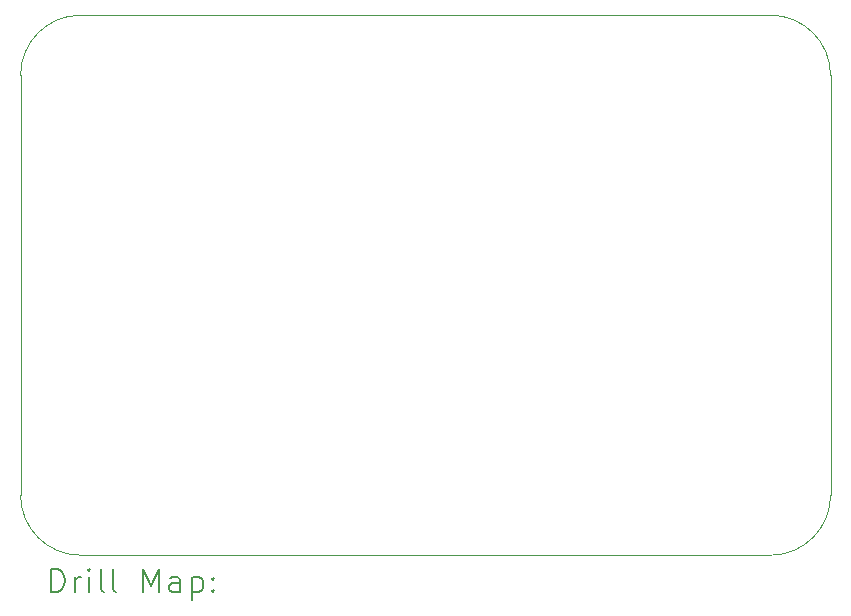
<source format=gbr>
%TF.GenerationSoftware,KiCad,Pcbnew,9.0.2*%
%TF.CreationDate,2025-06-10T21:23:16+02:00*%
%TF.ProjectId,n-teller,6e2d7465-6c6c-4657-922e-6b696361645f,1.0*%
%TF.SameCoordinates,Original*%
%TF.FileFunction,Drillmap*%
%TF.FilePolarity,Positive*%
%FSLAX45Y45*%
G04 Gerber Fmt 4.5, Leading zero omitted, Abs format (unit mm)*
G04 Created by KiCad (PCBNEW 9.0.2) date 2025-06-10 21:23:16*
%MOMM*%
%LPD*%
G01*
G04 APERTURE LIST*
%ADD10C,0.050000*%
%ADD11C,0.200000*%
G04 APERTURE END LIST*
D10*
X5588000Y-3048000D02*
G75*
G02*
X6096000Y-2540000I508000J0D01*
G01*
X6096000Y-2540000D02*
X11938000Y-2540000D01*
X12446000Y-3048000D02*
X12446000Y-6604000D01*
X5588000Y-6604000D02*
X5588000Y-3048000D01*
X12446000Y-6604000D02*
G75*
G02*
X11938000Y-7112000I-508000J0D01*
G01*
X6096000Y-7112000D02*
G75*
G02*
X5588000Y-6604000I0J508000D01*
G01*
X11938000Y-7112000D02*
X6096000Y-7112000D01*
X11938000Y-2540000D02*
G75*
G02*
X12446000Y-3048000I0J-508000D01*
G01*
D11*
X5846277Y-7425984D02*
X5846277Y-7225984D01*
X5846277Y-7225984D02*
X5893896Y-7225984D01*
X5893896Y-7225984D02*
X5922467Y-7235508D01*
X5922467Y-7235508D02*
X5941515Y-7254555D01*
X5941515Y-7254555D02*
X5951039Y-7273603D01*
X5951039Y-7273603D02*
X5960562Y-7311698D01*
X5960562Y-7311698D02*
X5960562Y-7340269D01*
X5960562Y-7340269D02*
X5951039Y-7378365D01*
X5951039Y-7378365D02*
X5941515Y-7397412D01*
X5941515Y-7397412D02*
X5922467Y-7416460D01*
X5922467Y-7416460D02*
X5893896Y-7425984D01*
X5893896Y-7425984D02*
X5846277Y-7425984D01*
X6046277Y-7425984D02*
X6046277Y-7292650D01*
X6046277Y-7330746D02*
X6055801Y-7311698D01*
X6055801Y-7311698D02*
X6065324Y-7302174D01*
X6065324Y-7302174D02*
X6084372Y-7292650D01*
X6084372Y-7292650D02*
X6103420Y-7292650D01*
X6170086Y-7425984D02*
X6170086Y-7292650D01*
X6170086Y-7225984D02*
X6160562Y-7235508D01*
X6160562Y-7235508D02*
X6170086Y-7245031D01*
X6170086Y-7245031D02*
X6179610Y-7235508D01*
X6179610Y-7235508D02*
X6170086Y-7225984D01*
X6170086Y-7225984D02*
X6170086Y-7245031D01*
X6293896Y-7425984D02*
X6274848Y-7416460D01*
X6274848Y-7416460D02*
X6265324Y-7397412D01*
X6265324Y-7397412D02*
X6265324Y-7225984D01*
X6398658Y-7425984D02*
X6379610Y-7416460D01*
X6379610Y-7416460D02*
X6370086Y-7397412D01*
X6370086Y-7397412D02*
X6370086Y-7225984D01*
X6627229Y-7425984D02*
X6627229Y-7225984D01*
X6627229Y-7225984D02*
X6693896Y-7368841D01*
X6693896Y-7368841D02*
X6760562Y-7225984D01*
X6760562Y-7225984D02*
X6760562Y-7425984D01*
X6941515Y-7425984D02*
X6941515Y-7321222D01*
X6941515Y-7321222D02*
X6931991Y-7302174D01*
X6931991Y-7302174D02*
X6912943Y-7292650D01*
X6912943Y-7292650D02*
X6874848Y-7292650D01*
X6874848Y-7292650D02*
X6855801Y-7302174D01*
X6941515Y-7416460D02*
X6922467Y-7425984D01*
X6922467Y-7425984D02*
X6874848Y-7425984D01*
X6874848Y-7425984D02*
X6855801Y-7416460D01*
X6855801Y-7416460D02*
X6846277Y-7397412D01*
X6846277Y-7397412D02*
X6846277Y-7378365D01*
X6846277Y-7378365D02*
X6855801Y-7359317D01*
X6855801Y-7359317D02*
X6874848Y-7349793D01*
X6874848Y-7349793D02*
X6922467Y-7349793D01*
X6922467Y-7349793D02*
X6941515Y-7340269D01*
X7036753Y-7292650D02*
X7036753Y-7492650D01*
X7036753Y-7302174D02*
X7055801Y-7292650D01*
X7055801Y-7292650D02*
X7093896Y-7292650D01*
X7093896Y-7292650D02*
X7112943Y-7302174D01*
X7112943Y-7302174D02*
X7122467Y-7311698D01*
X7122467Y-7311698D02*
X7131991Y-7330746D01*
X7131991Y-7330746D02*
X7131991Y-7387888D01*
X7131991Y-7387888D02*
X7122467Y-7406936D01*
X7122467Y-7406936D02*
X7112943Y-7416460D01*
X7112943Y-7416460D02*
X7093896Y-7425984D01*
X7093896Y-7425984D02*
X7055801Y-7425984D01*
X7055801Y-7425984D02*
X7036753Y-7416460D01*
X7217705Y-7406936D02*
X7227229Y-7416460D01*
X7227229Y-7416460D02*
X7217705Y-7425984D01*
X7217705Y-7425984D02*
X7208182Y-7416460D01*
X7208182Y-7416460D02*
X7217705Y-7406936D01*
X7217705Y-7406936D02*
X7217705Y-7425984D01*
X7217705Y-7302174D02*
X7227229Y-7311698D01*
X7227229Y-7311698D02*
X7217705Y-7321222D01*
X7217705Y-7321222D02*
X7208182Y-7311698D01*
X7208182Y-7311698D02*
X7217705Y-7302174D01*
X7217705Y-7302174D02*
X7217705Y-7321222D01*
M02*

</source>
